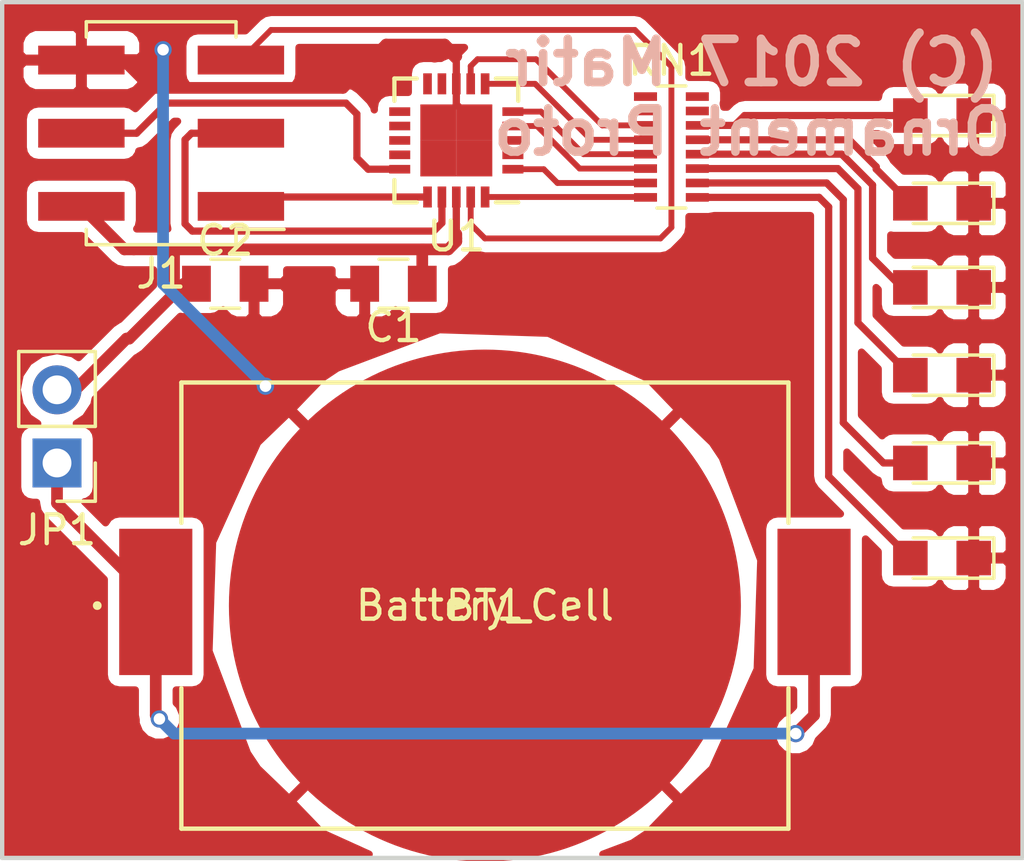
<source format=kicad_pcb>
(kicad_pcb (version 4) (host pcbnew 4.0.7+dfsg1-1)

  (general
    (links 32)
    (no_connects 0)
    (area 53.243524 52.3002 90.925144 85.471001)
    (thickness 1.6)
    (drawings 5)
    (tracks 117)
    (zones 0)
    (modules 13)
    (nets 32)
  )

  (page A4)
  (layers
    (0 F.Cu signal)
    (31 B.Cu signal)
    (32 B.Adhes user)
    (33 F.Adhes user)
    (34 B.Paste user)
    (35 F.Paste user)
    (36 B.SilkS user)
    (37 F.SilkS user)
    (38 B.Mask user)
    (39 F.Mask user)
    (40 Dwgs.User user hide)
    (41 Cmts.User user hide)
    (42 Eco1.User user hide)
    (43 Eco2.User user hide)
    (44 Edge.Cuts user)
    (45 Margin user)
    (46 B.CrtYd user)
    (47 F.CrtYd user)
    (48 B.Fab user hide)
    (49 F.Fab user hide)
  )

  (setup
    (last_trace_width 0.4064)
    (user_trace_width 0.2032)
    (user_trace_width 0.254)
    (user_trace_width 0.3048)
    (user_trace_width 0.4064)
    (trace_clearance 0.2)
    (zone_clearance 0.381)
    (zone_45_only no)
    (trace_min 0.1524)
    (segment_width 0.2)
    (edge_width 0.15)
    (via_size 0.6)
    (via_drill 0.4)
    (via_min_size 0.4)
    (via_min_drill 0.3)
    (uvia_size 0.3)
    (uvia_drill 0.1)
    (uvias_allowed no)
    (uvia_min_size 0)
    (uvia_min_drill 0)
    (pcb_text_width 0.3)
    (pcb_text_size 1.5 1.5)
    (mod_edge_width 0.15)
    (mod_text_size 1 1)
    (mod_text_width 0.15)
    (pad_size 2.54 5.08)
    (pad_drill 0)
    (pad_to_mask_clearance 0.2)
    (aux_axis_origin 0 0)
    (visible_elements FFFCFF7F)
    (pcbplotparams
      (layerselection 0x010f0_80000001)
      (usegerberextensions true)
      (excludeedgelayer true)
      (linewidth 0.100000)
      (plotframeref false)
      (viasonmask false)
      (mode 1)
      (useauxorigin false)
      (hpglpennumber 1)
      (hpglpenspeed 20)
      (hpglpendiameter 15)
      (hpglpenoverlay 2)
      (psnegative false)
      (psa4output false)
      (plotreference true)
      (plotvalue true)
      (plotinvisibletext false)
      (padsonsilk false)
      (subtractmaskfromsilk true)
      (outputformat 1)
      (mirror false)
      (drillshape 0)
      (scaleselection 1)
      (outputdirectory output/))
  )

  (net 0 "")
  (net 1 VCC)
  (net 2 GND)
  (net 3 "Net-(D1-Pad2)")
  (net 4 "Net-(D2-Pad2)")
  (net 5 "Net-(D3-Pad2)")
  (net 6 "Net-(D4-Pad2)")
  (net 7 "Net-(D5-Pad2)")
  (net 8 "Net-(D6-Pad2)")
  (net 9 /MISO)
  (net 10 /SCK)
  (net 11 /MOSI)
  (net 12 /~RESET)
  (net 13 "Net-(RN1-Pad1)")
  (net 14 "Net-(RN1-Pad2)")
  (net 15 "Net-(U1-Pad2)")
  (net 16 "Net-(U1-Pad3)")
  (net 17 "Net-(U1-Pad10)")
  (net 18 "Net-(U1-Pad11)")
  (net 19 "Net-(U1-Pad12)")
  (net 20 "Net-(U1-Pad13)")
  (net 21 "Net-(U1-Pad14)")
  (net 22 "Net-(RN1-Pad16)")
  (net 23 /L1)
  (net 24 /L6)
  (net 25 /L5)
  (net 26 /L4)
  (net 27 /L3)
  (net 28 /L2)
  (net 29 "Net-(RN1-Pad15)")
  (net 30 "Net-(U1-Pad9)")
  (net 31 /VCORE)

  (net_class Default "This is the default net class."
    (clearance 0.2)
    (trace_width 0.25)
    (via_dia 0.6)
    (via_drill 0.4)
    (uvia_dia 0.3)
    (uvia_drill 0.1)
    (add_net /L1)
    (add_net /L2)
    (add_net /L3)
    (add_net /L4)
    (add_net /L5)
    (add_net /L6)
    (add_net /MISO)
    (add_net /MOSI)
    (add_net /SCK)
    (add_net /VCORE)
    (add_net /~RESET)
    (add_net GND)
    (add_net "Net-(D1-Pad2)")
    (add_net "Net-(D2-Pad2)")
    (add_net "Net-(D3-Pad2)")
    (add_net "Net-(D4-Pad2)")
    (add_net "Net-(D5-Pad2)")
    (add_net "Net-(D6-Pad2)")
    (add_net "Net-(RN1-Pad1)")
    (add_net "Net-(RN1-Pad15)")
    (add_net "Net-(RN1-Pad16)")
    (add_net "Net-(RN1-Pad2)")
    (add_net "Net-(U1-Pad10)")
    (add_net "Net-(U1-Pad11)")
    (add_net "Net-(U1-Pad12)")
    (add_net "Net-(U1-Pad13)")
    (add_net "Net-(U1-Pad14)")
    (add_net "Net-(U1-Pad2)")
    (add_net "Net-(U1-Pad3)")
    (add_net "Net-(U1-Pad9)")
    (add_net VCC)
  )

  (module footprints:BAT_HLD (layer F.Cu) (tedit 5A08C6DF) (tstamp 5A07E90F)
    (at 70.993 74.549)
    (path /5A07DD32)
    (fp_text reference BT1 (at 0 0) (layer F.SilkS)
      (effects (font (size 1 1) (thickness 0.15)))
    )
    (fp_text value Battery_Cell (at 0 0) (layer F.SilkS)
      (effects (font (size 1 1) (thickness 0.15)))
    )
    (fp_text user "Copyright 2016 Accelerated Designs. All rights reserved." (at 0 0) (layer Cmts.User)
      (effects (font (size 0.127 0.127) (thickness 0.002)))
    )
    (fp_line (start -10.541 7.747) (end 10.541 7.747) (layer F.SilkS) (width 0.1524))
    (fp_line (start 10.541 7.747) (end 10.541 2.87274) (layer F.SilkS) (width 0.1524))
    (fp_line (start 10.541 -7.747) (end -10.541 -7.747) (layer F.SilkS) (width 0.1524))
    (fp_line (start -10.541 -7.747) (end -10.541 -2.87274) (layer F.SilkS) (width 0.1524))
    (fp_line (start -10.541 7.747) (end 10.541 7.747) (layer Dwgs.User) (width 0.1524))
    (fp_line (start 10.541 7.747) (end 10.541 -7.747) (layer Dwgs.User) (width 0.1524))
    (fp_line (start 10.541 -7.747) (end -10.541 -7.747) (layer Dwgs.User) (width 0.1524))
    (fp_line (start -10.541 -7.747) (end -10.541 7.747) (layer Dwgs.User) (width 0.1524))
    (fp_line (start -10.541 2.87274) (end -10.541 7.747) (layer F.SilkS) (width 0.1524))
    (fp_line (start 10.541 -2.87274) (end 10.541 -7.747) (layer F.SilkS) (width 0.1524))
    (fp_circle (center -13.462 0) (end -13.3858 0) (layer Dwgs.User) (width 0.1524))
    (fp_circle (center -13.462 0) (end -13.3858 0) (layer F.SilkS) (width 0.1524))
    (pad 1 smd rect (at -11.43 -0.127) (size 2.54 5.08) (layers F.Cu F.Mask)
      (net 1 VCC))
    (pad 1 smd rect (at 11.43 -0.127) (size 2.54 5.08) (layers F.Cu F.Mask)
      (net 1 VCC))
    (pad 2 smd circle (at 0 0) (size 17.780001 17.780001) (layers F.Cu F.Mask)
      (net 2 GND))
  )

  (module LEDs:LED_0805 (layer F.Cu) (tedit 5A08A136) (tstamp 5A07E915)
    (at 86.868 72.898 180)
    (descr "LED 0805 smd package")
    (tags "LED led 0805 SMD smd SMT smt smdled SMDLED smtled SMTLED")
    (path /5A07E229)
    (attr smd)
    (fp_text reference D1 (at 0 -1.45 180) (layer F.SilkS) hide
      (effects (font (size 1 1) (thickness 0.15)))
    )
    (fp_text value LED_Small (at 0 1.55 180) (layer F.Fab)
      (effects (font (size 1 1) (thickness 0.15)))
    )
    (fp_line (start -1.8 -0.7) (end -1.8 0.7) (layer F.SilkS) (width 0.12))
    (fp_line (start -0.4 -0.4) (end -0.4 0.4) (layer F.Fab) (width 0.1))
    (fp_line (start -0.4 0) (end 0.2 -0.4) (layer F.Fab) (width 0.1))
    (fp_line (start 0.2 0.4) (end -0.4 0) (layer F.Fab) (width 0.1))
    (fp_line (start 0.2 -0.4) (end 0.2 0.4) (layer F.Fab) (width 0.1))
    (fp_line (start 1 0.6) (end -1 0.6) (layer F.Fab) (width 0.1))
    (fp_line (start 1 -0.6) (end 1 0.6) (layer F.Fab) (width 0.1))
    (fp_line (start -1 -0.6) (end 1 -0.6) (layer F.Fab) (width 0.1))
    (fp_line (start -1 0.6) (end -1 -0.6) (layer F.Fab) (width 0.1))
    (fp_line (start -1.8 0.7) (end 1 0.7) (layer F.SilkS) (width 0.12))
    (fp_line (start -1.8 -0.7) (end 1 -0.7) (layer F.SilkS) (width 0.12))
    (fp_line (start 1.95 -0.85) (end 1.95 0.85) (layer F.CrtYd) (width 0.05))
    (fp_line (start 1.95 0.85) (end -1.95 0.85) (layer F.CrtYd) (width 0.05))
    (fp_line (start -1.95 0.85) (end -1.95 -0.85) (layer F.CrtYd) (width 0.05))
    (fp_line (start -1.95 -0.85) (end 1.95 -0.85) (layer F.CrtYd) (width 0.05))
    (fp_text user %R (at 0 -1.25 180) (layer F.Fab)
      (effects (font (size 0.4 0.4) (thickness 0.1)))
    )
    (pad 2 smd rect (at 1.1 0) (size 1.2 1.2) (layers F.Cu F.Paste F.Mask)
      (net 3 "Net-(D1-Pad2)"))
    (pad 1 smd rect (at -1.1 0) (size 1.2 1.2) (layers F.Cu F.Paste F.Mask)
      (net 2 GND))
    (model ${KISYS3DMOD}/LEDs.3dshapes/LED_0805.wrl
      (at (xyz 0 0 0))
      (scale (xyz 1 1 1))
      (rotate (xyz 0 0 180))
    )
  )

  (module LEDs:LED_0805 (layer F.Cu) (tedit 5A08A10B) (tstamp 5A07E91B)
    (at 86.868 69.596 180)
    (descr "LED 0805 smd package")
    (tags "LED led 0805 SMD smd SMT smt smdled SMDLED smtled SMTLED")
    (path /5A07E2CF)
    (attr smd)
    (fp_text reference D2 (at 0 -1.45 180) (layer F.SilkS) hide
      (effects (font (size 1 1) (thickness 0.15)))
    )
    (fp_text value LED_Small (at 0 1.55 180) (layer F.Fab)
      (effects (font (size 1 1) (thickness 0.15)))
    )
    (fp_line (start -1.8 -0.7) (end -1.8 0.7) (layer F.SilkS) (width 0.12))
    (fp_line (start -0.4 -0.4) (end -0.4 0.4) (layer F.Fab) (width 0.1))
    (fp_line (start -0.4 0) (end 0.2 -0.4) (layer F.Fab) (width 0.1))
    (fp_line (start 0.2 0.4) (end -0.4 0) (layer F.Fab) (width 0.1))
    (fp_line (start 0.2 -0.4) (end 0.2 0.4) (layer F.Fab) (width 0.1))
    (fp_line (start 1 0.6) (end -1 0.6) (layer F.Fab) (width 0.1))
    (fp_line (start 1 -0.6) (end 1 0.6) (layer F.Fab) (width 0.1))
    (fp_line (start -1 -0.6) (end 1 -0.6) (layer F.Fab) (width 0.1))
    (fp_line (start -1 0.6) (end -1 -0.6) (layer F.Fab) (width 0.1))
    (fp_line (start -1.8 0.7) (end 1 0.7) (layer F.SilkS) (width 0.12))
    (fp_line (start -1.8 -0.7) (end 1 -0.7) (layer F.SilkS) (width 0.12))
    (fp_line (start 1.95 -0.85) (end 1.95 0.85) (layer F.CrtYd) (width 0.05))
    (fp_line (start 1.95 0.85) (end -1.95 0.85) (layer F.CrtYd) (width 0.05))
    (fp_line (start -1.95 0.85) (end -1.95 -0.85) (layer F.CrtYd) (width 0.05))
    (fp_line (start -1.95 -0.85) (end 1.95 -0.85) (layer F.CrtYd) (width 0.05))
    (fp_text user %R (at 0 -1.25 180) (layer F.Fab)
      (effects (font (size 0.4 0.4) (thickness 0.1)))
    )
    (pad 2 smd rect (at 1.1 0) (size 1.2 1.2) (layers F.Cu F.Paste F.Mask)
      (net 4 "Net-(D2-Pad2)"))
    (pad 1 smd rect (at -1.1 0) (size 1.2 1.2) (layers F.Cu F.Paste F.Mask)
      (net 2 GND))
    (model ${KISYS3DMOD}/LEDs.3dshapes/LED_0805.wrl
      (at (xyz 0 0 0))
      (scale (xyz 1 1 1))
      (rotate (xyz 0 0 180))
    )
  )

  (module LEDs:LED_0805 (layer F.Cu) (tedit 5A08A11A) (tstamp 5A07E921)
    (at 86.868 66.548 180)
    (descr "LED 0805 smd package")
    (tags "LED led 0805 SMD smd SMT smt smdled SMDLED smtled SMTLED")
    (path /5A07E379)
    (attr smd)
    (fp_text reference D3 (at 0 -1.45 180) (layer F.SilkS) hide
      (effects (font (size 1 1) (thickness 0.15)))
    )
    (fp_text value LED_Small (at 0 1.55 180) (layer F.Fab)
      (effects (font (size 1 1) (thickness 0.15)))
    )
    (fp_line (start -1.8 -0.7) (end -1.8 0.7) (layer F.SilkS) (width 0.12))
    (fp_line (start -0.4 -0.4) (end -0.4 0.4) (layer F.Fab) (width 0.1))
    (fp_line (start -0.4 0) (end 0.2 -0.4) (layer F.Fab) (width 0.1))
    (fp_line (start 0.2 0.4) (end -0.4 0) (layer F.Fab) (width 0.1))
    (fp_line (start 0.2 -0.4) (end 0.2 0.4) (layer F.Fab) (width 0.1))
    (fp_line (start 1 0.6) (end -1 0.6) (layer F.Fab) (width 0.1))
    (fp_line (start 1 -0.6) (end 1 0.6) (layer F.Fab) (width 0.1))
    (fp_line (start -1 -0.6) (end 1 -0.6) (layer F.Fab) (width 0.1))
    (fp_line (start -1 0.6) (end -1 -0.6) (layer F.Fab) (width 0.1))
    (fp_line (start -1.8 0.7) (end 1 0.7) (layer F.SilkS) (width 0.12))
    (fp_line (start -1.8 -0.7) (end 1 -0.7) (layer F.SilkS) (width 0.12))
    (fp_line (start 1.95 -0.85) (end 1.95 0.85) (layer F.CrtYd) (width 0.05))
    (fp_line (start 1.95 0.85) (end -1.95 0.85) (layer F.CrtYd) (width 0.05))
    (fp_line (start -1.95 0.85) (end -1.95 -0.85) (layer F.CrtYd) (width 0.05))
    (fp_line (start -1.95 -0.85) (end 1.95 -0.85) (layer F.CrtYd) (width 0.05))
    (fp_text user %R (at 0 -1.25 180) (layer F.Fab)
      (effects (font (size 0.4 0.4) (thickness 0.1)))
    )
    (pad 2 smd rect (at 1.1 0) (size 1.2 1.2) (layers F.Cu F.Paste F.Mask)
      (net 5 "Net-(D3-Pad2)"))
    (pad 1 smd rect (at -1.1 0) (size 1.2 1.2) (layers F.Cu F.Paste F.Mask)
      (net 2 GND))
    (model ${KISYS3DMOD}/LEDs.3dshapes/LED_0805.wrl
      (at (xyz 0 0 0))
      (scale (xyz 1 1 1))
      (rotate (xyz 0 0 180))
    )
  )

  (module LEDs:LED_0805 (layer F.Cu) (tedit 5A08A121) (tstamp 5A07E927)
    (at 86.868 63.5 180)
    (descr "LED 0805 smd package")
    (tags "LED led 0805 SMD smd SMT smt smdled SMDLED smtled SMTLED")
    (path /5A07E3B0)
    (attr smd)
    (fp_text reference D4 (at 0 -1.45 180) (layer F.SilkS) hide
      (effects (font (size 1 1) (thickness 0.15)))
    )
    (fp_text value LED_Small (at 0 1.55 180) (layer F.Fab)
      (effects (font (size 1 1) (thickness 0.15)))
    )
    (fp_line (start -1.8 -0.7) (end -1.8 0.7) (layer F.SilkS) (width 0.12))
    (fp_line (start -0.4 -0.4) (end -0.4 0.4) (layer F.Fab) (width 0.1))
    (fp_line (start -0.4 0) (end 0.2 -0.4) (layer F.Fab) (width 0.1))
    (fp_line (start 0.2 0.4) (end -0.4 0) (layer F.Fab) (width 0.1))
    (fp_line (start 0.2 -0.4) (end 0.2 0.4) (layer F.Fab) (width 0.1))
    (fp_line (start 1 0.6) (end -1 0.6) (layer F.Fab) (width 0.1))
    (fp_line (start 1 -0.6) (end 1 0.6) (layer F.Fab) (width 0.1))
    (fp_line (start -1 -0.6) (end 1 -0.6) (layer F.Fab) (width 0.1))
    (fp_line (start -1 0.6) (end -1 -0.6) (layer F.Fab) (width 0.1))
    (fp_line (start -1.8 0.7) (end 1 0.7) (layer F.SilkS) (width 0.12))
    (fp_line (start -1.8 -0.7) (end 1 -0.7) (layer F.SilkS) (width 0.12))
    (fp_line (start 1.95 -0.85) (end 1.95 0.85) (layer F.CrtYd) (width 0.05))
    (fp_line (start 1.95 0.85) (end -1.95 0.85) (layer F.CrtYd) (width 0.05))
    (fp_line (start -1.95 0.85) (end -1.95 -0.85) (layer F.CrtYd) (width 0.05))
    (fp_line (start -1.95 -0.85) (end 1.95 -0.85) (layer F.CrtYd) (width 0.05))
    (fp_text user %R (at 0 -1.25 180) (layer F.Fab)
      (effects (font (size 0.4 0.4) (thickness 0.1)))
    )
    (pad 2 smd rect (at 1.1 0) (size 1.2 1.2) (layers F.Cu F.Paste F.Mask)
      (net 6 "Net-(D4-Pad2)"))
    (pad 1 smd rect (at -1.1 0) (size 1.2 1.2) (layers F.Cu F.Paste F.Mask)
      (net 2 GND))
    (model ${KISYS3DMOD}/LEDs.3dshapes/LED_0805.wrl
      (at (xyz 0 0 0))
      (scale (xyz 1 1 1))
      (rotate (xyz 0 0 180))
    )
  )

  (module LEDs:LED_0805 (layer F.Cu) (tedit 5A08A127) (tstamp 5A07E92D)
    (at 86.868 60.579 180)
    (descr "LED 0805 smd package")
    (tags "LED led 0805 SMD smd SMT smt smdled SMDLED smtled SMTLED")
    (path /5A07E3DC)
    (attr smd)
    (fp_text reference D5 (at 0 -1.45 180) (layer F.SilkS) hide
      (effects (font (size 1 1) (thickness 0.15)))
    )
    (fp_text value LED_Small (at 0 1.55 180) (layer F.Fab)
      (effects (font (size 1 1) (thickness 0.15)))
    )
    (fp_line (start -1.8 -0.7) (end -1.8 0.7) (layer F.SilkS) (width 0.12))
    (fp_line (start -0.4 -0.4) (end -0.4 0.4) (layer F.Fab) (width 0.1))
    (fp_line (start -0.4 0) (end 0.2 -0.4) (layer F.Fab) (width 0.1))
    (fp_line (start 0.2 0.4) (end -0.4 0) (layer F.Fab) (width 0.1))
    (fp_line (start 0.2 -0.4) (end 0.2 0.4) (layer F.Fab) (width 0.1))
    (fp_line (start 1 0.6) (end -1 0.6) (layer F.Fab) (width 0.1))
    (fp_line (start 1 -0.6) (end 1 0.6) (layer F.Fab) (width 0.1))
    (fp_line (start -1 -0.6) (end 1 -0.6) (layer F.Fab) (width 0.1))
    (fp_line (start -1 0.6) (end -1 -0.6) (layer F.Fab) (width 0.1))
    (fp_line (start -1.8 0.7) (end 1 0.7) (layer F.SilkS) (width 0.12))
    (fp_line (start -1.8 -0.7) (end 1 -0.7) (layer F.SilkS) (width 0.12))
    (fp_line (start 1.95 -0.85) (end 1.95 0.85) (layer F.CrtYd) (width 0.05))
    (fp_line (start 1.95 0.85) (end -1.95 0.85) (layer F.CrtYd) (width 0.05))
    (fp_line (start -1.95 0.85) (end -1.95 -0.85) (layer F.CrtYd) (width 0.05))
    (fp_line (start -1.95 -0.85) (end 1.95 -0.85) (layer F.CrtYd) (width 0.05))
    (fp_text user %R (at 0 -1.25 180) (layer F.Fab)
      (effects (font (size 0.4 0.4) (thickness 0.1)))
    )
    (pad 2 smd rect (at 1.1 0) (size 1.2 1.2) (layers F.Cu F.Paste F.Mask)
      (net 7 "Net-(D5-Pad2)"))
    (pad 1 smd rect (at -1.1 0) (size 1.2 1.2) (layers F.Cu F.Paste F.Mask)
      (net 2 GND))
    (model ${KISYS3DMOD}/LEDs.3dshapes/LED_0805.wrl
      (at (xyz 0 0 0))
      (scale (xyz 1 1 1))
      (rotate (xyz 0 0 180))
    )
  )

  (module LEDs:LED_0805 (layer F.Cu) (tedit 5A08A12E) (tstamp 5A07E933)
    (at 86.868 57.531 180)
    (descr "LED 0805 smd package")
    (tags "LED led 0805 SMD smd SMT smt smdled SMDLED smtled SMTLED")
    (path /5A07E40B)
    (attr smd)
    (fp_text reference D6 (at 0 -1.45 180) (layer F.SilkS) hide
      (effects (font (size 1 1) (thickness 0.15)))
    )
    (fp_text value LED_Small (at 0 1.55 180) (layer F.Fab)
      (effects (font (size 1 1) (thickness 0.15)))
    )
    (fp_line (start -1.8 -0.7) (end -1.8 0.7) (layer F.SilkS) (width 0.12))
    (fp_line (start -0.4 -0.4) (end -0.4 0.4) (layer F.Fab) (width 0.1))
    (fp_line (start -0.4 0) (end 0.2 -0.4) (layer F.Fab) (width 0.1))
    (fp_line (start 0.2 0.4) (end -0.4 0) (layer F.Fab) (width 0.1))
    (fp_line (start 0.2 -0.4) (end 0.2 0.4) (layer F.Fab) (width 0.1))
    (fp_line (start 1 0.6) (end -1 0.6) (layer F.Fab) (width 0.1))
    (fp_line (start 1 -0.6) (end 1 0.6) (layer F.Fab) (width 0.1))
    (fp_line (start -1 -0.6) (end 1 -0.6) (layer F.Fab) (width 0.1))
    (fp_line (start -1 0.6) (end -1 -0.6) (layer F.Fab) (width 0.1))
    (fp_line (start -1.8 0.7) (end 1 0.7) (layer F.SilkS) (width 0.12))
    (fp_line (start -1.8 -0.7) (end 1 -0.7) (layer F.SilkS) (width 0.12))
    (fp_line (start 1.95 -0.85) (end 1.95 0.85) (layer F.CrtYd) (width 0.05))
    (fp_line (start 1.95 0.85) (end -1.95 0.85) (layer F.CrtYd) (width 0.05))
    (fp_line (start -1.95 0.85) (end -1.95 -0.85) (layer F.CrtYd) (width 0.05))
    (fp_line (start -1.95 -0.85) (end 1.95 -0.85) (layer F.CrtYd) (width 0.05))
    (fp_text user %R (at 0 -1.25 180) (layer F.Fab)
      (effects (font (size 0.4 0.4) (thickness 0.1)))
    )
    (pad 2 smd rect (at 1.1 0) (size 1.2 1.2) (layers F.Cu F.Paste F.Mask)
      (net 8 "Net-(D6-Pad2)"))
    (pad 1 smd rect (at -1.1 0) (size 1.2 1.2) (layers F.Cu F.Paste F.Mask)
      (net 2 GND))
    (model ${KISYS3DMOD}/LEDs.3dshapes/LED_0805.wrl
      (at (xyz 0 0 0))
      (scale (xyz 1 1 1))
      (rotate (xyz 0 0 180))
    )
  )

  (module PinHeaders:Pin_Header_Straight_2x03_Pitch2.54mm_SMD (layer F.Cu) (tedit 58CD4EC5) (tstamp 5A07E93D)
    (at 59.75 58.1452 180)
    (descr "surface-mounted straight pin header, 2x03, 2.54mm pitch, double rows")
    (tags "Surface mounted pin header SMD 2x03 2.54mm double row")
    (path /5A07DE48)
    (attr smd)
    (fp_text reference J1 (at 0 -4.87 180) (layer F.SilkS)
      (effects (font (size 1 1) (thickness 0.15)))
    )
    (fp_text value ICSP (at 0 4.87 180) (layer F.Fab)
      (effects (font (size 1 1) (thickness 0.15)))
    )
    (fp_line (start -2.54 -3.81) (end -2.54 3.81) (layer F.Fab) (width 0.1))
    (fp_line (start -2.54 3.81) (end 2.54 3.81) (layer F.Fab) (width 0.1))
    (fp_line (start 2.54 3.81) (end 2.54 -3.81) (layer F.Fab) (width 0.1))
    (fp_line (start 2.54 -3.81) (end -2.54 -3.81) (layer F.Fab) (width 0.1))
    (fp_line (start -2.54 -2.86) (end -2.54 -2.22) (layer F.Fab) (width 0.1))
    (fp_line (start -2.54 -2.22) (end -3.92 -2.22) (layer F.Fab) (width 0.1))
    (fp_line (start -3.92 -2.22) (end -3.92 -2.86) (layer F.Fab) (width 0.1))
    (fp_line (start -3.92 -2.86) (end -2.54 -2.86) (layer F.Fab) (width 0.1))
    (fp_line (start 2.54 -2.86) (end 2.54 -2.22) (layer F.Fab) (width 0.1))
    (fp_line (start 2.54 -2.22) (end 3.92 -2.22) (layer F.Fab) (width 0.1))
    (fp_line (start 3.92 -2.22) (end 3.92 -2.86) (layer F.Fab) (width 0.1))
    (fp_line (start 3.92 -2.86) (end 2.54 -2.86) (layer F.Fab) (width 0.1))
    (fp_line (start -2.54 -0.32) (end -2.54 0.32) (layer F.Fab) (width 0.1))
    (fp_line (start -2.54 0.32) (end -3.92 0.32) (layer F.Fab) (width 0.1))
    (fp_line (start -3.92 0.32) (end -3.92 -0.32) (layer F.Fab) (width 0.1))
    (fp_line (start -3.92 -0.32) (end -2.54 -0.32) (layer F.Fab) (width 0.1))
    (fp_line (start 2.54 -0.32) (end 2.54 0.32) (layer F.Fab) (width 0.1))
    (fp_line (start 2.54 0.32) (end 3.92 0.32) (layer F.Fab) (width 0.1))
    (fp_line (start 3.92 0.32) (end 3.92 -0.32) (layer F.Fab) (width 0.1))
    (fp_line (start 3.92 -0.32) (end 2.54 -0.32) (layer F.Fab) (width 0.1))
    (fp_line (start -2.54 2.22) (end -2.54 2.86) (layer F.Fab) (width 0.1))
    (fp_line (start -2.54 2.86) (end -3.92 2.86) (layer F.Fab) (width 0.1))
    (fp_line (start -3.92 2.86) (end -3.92 2.22) (layer F.Fab) (width 0.1))
    (fp_line (start -3.92 2.22) (end -2.54 2.22) (layer F.Fab) (width 0.1))
    (fp_line (start 2.54 2.22) (end 2.54 2.86) (layer F.Fab) (width 0.1))
    (fp_line (start 2.54 2.86) (end 3.92 2.86) (layer F.Fab) (width 0.1))
    (fp_line (start 3.92 2.86) (end 3.92 2.22) (layer F.Fab) (width 0.1))
    (fp_line (start 3.92 2.22) (end 2.54 2.22) (layer F.Fab) (width 0.1))
    (fp_line (start -2.6 -3.34) (end -2.6 -3.87) (layer F.SilkS) (width 0.12))
    (fp_line (start -2.6 -3.87) (end 2.6 -3.87) (layer F.SilkS) (width 0.12))
    (fp_line (start 2.6 -3.87) (end 2.6 -3.34) (layer F.SilkS) (width 0.12))
    (fp_line (start -2.6 3.34) (end -2.6 3.87) (layer F.SilkS) (width 0.12))
    (fp_line (start -2.6 3.87) (end 2.6 3.87) (layer F.SilkS) (width 0.12))
    (fp_line (start 2.6 3.87) (end 2.6 3.34) (layer F.SilkS) (width 0.12))
    (fp_line (start -4.27 -3.34) (end -2.6 -3.34) (layer F.SilkS) (width 0.12))
    (fp_line (start -4.8 -4.35) (end -4.8 4.35) (layer F.CrtYd) (width 0.05))
    (fp_line (start -4.8 4.35) (end 4.8 4.35) (layer F.CrtYd) (width 0.05))
    (fp_line (start 4.8 4.35) (end 4.8 -4.35) (layer F.CrtYd) (width 0.05))
    (fp_line (start 4.8 -4.35) (end -4.8 -4.35) (layer F.CrtYd) (width 0.05))
    (fp_text user %R (at 0 -4.87 180) (layer F.Fab)
      (effects (font (size 1 1) (thickness 0.15)))
    )
    (pad 1 smd rect (at -2.77 -2.54 180) (size 3 1) (layers F.Cu F.Paste F.Mask)
      (net 9 /MISO))
    (pad 2 smd rect (at 2.77 -2.54 180) (size 3 1) (layers F.Cu F.Paste F.Mask)
      (net 31 /VCORE))
    (pad 3 smd rect (at -2.77 0 180) (size 3 1) (layers F.Cu F.Paste F.Mask)
      (net 10 /SCK))
    (pad 4 smd rect (at 2.77 0 180) (size 3 1) (layers F.Cu F.Paste F.Mask)
      (net 11 /MOSI))
    (pad 5 smd rect (at -2.77 2.54 180) (size 3 1) (layers F.Cu F.Paste F.Mask)
      (net 12 /~RESET))
    (pad 6 smd rect (at 2.77 2.54 180) (size 3 1) (layers F.Cu F.Paste F.Mask)
      (net 2 GND))
    (model ${KISYS3DMOD}/Pin_Headers.3dshapes/Pin_Header_Straight_2x03_Pitch2.54mm_SMD.wrl
      (at (xyz 0 0 0))
      (scale (xyz 1 1 1))
      (rotate (xyz 0 0 0))
    )
  )

  (module Resistors_SMD:R_Array_Convex_8x0602 (layer F.Cu) (tedit 58E0A8FC) (tstamp 5A07E951)
    (at 77.47 58.6232)
    (descr "Chip Resistor Network, ROHM MNR18 (see mnr_g.pdf)")
    (tags "resistor array")
    (path /5A07E051)
    (attr smd)
    (fp_text reference RN1 (at 0 -3) (layer F.SilkS)
      (effects (font (size 1 1) (thickness 0.15)))
    )
    (fp_text value 56 (at 0 3) (layer F.Fab)
      (effects (font (size 1 1) (thickness 0.15)))
    )
    (fp_text user %R (at 0 0 90) (layer F.Fab)
      (effects (font (size 1 1) (thickness 0.15)))
    )
    (fp_line (start -0.8 -2) (end -0.8 2) (layer F.Fab) (width 0.1))
    (fp_line (start -0.8 2) (end 0.8 2) (layer F.Fab) (width 0.1))
    (fp_line (start 0.8 2) (end 0.8 -2) (layer F.Fab) (width 0.1))
    (fp_line (start 0.8 -2) (end -0.8 -2) (layer F.Fab) (width 0.1))
    (fp_line (start 0.5 2.12) (end -0.5 2.12) (layer F.SilkS) (width 0.12))
    (fp_line (start 0.5 -2.12) (end -0.5 -2.12) (layer F.SilkS) (width 0.12))
    (fp_line (start -1.55 -2.25) (end 1.55 -2.25) (layer F.CrtYd) (width 0.05))
    (fp_line (start -1.55 -2.25) (end -1.55 2.25) (layer F.CrtYd) (width 0.05))
    (fp_line (start 1.55 2.25) (end 1.55 -2.25) (layer F.CrtYd) (width 0.05))
    (fp_line (start 1.55 2.25) (end -1.55 2.25) (layer F.CrtYd) (width 0.05))
    (pad 1 smd rect (at -0.9 -1.75) (size 0.8 0.3) (layers F.Cu F.Paste F.Mask)
      (net 13 "Net-(RN1-Pad1)"))
    (pad 16 smd rect (at 0.9 -1.75) (size 0.8 0.3) (layers F.Cu F.Paste F.Mask)
      (net 22 "Net-(RN1-Pad16)"))
    (pad 8 smd rect (at -0.9 1.75) (size 0.8 0.3) (layers F.Cu F.Paste F.Mask)
      (net 23 /L1))
    (pad 9 smd rect (at 0.9 1.75) (size 0.8 0.3) (layers F.Cu F.Paste F.Mask)
      (net 3 "Net-(D1-Pad2)"))
    (pad 2 smd rect (at -0.9 -1.25) (size 0.8 0.3) (layers F.Cu F.Paste F.Mask)
      (net 14 "Net-(RN1-Pad2)"))
    (pad 3 smd rect (at -0.9 -0.75) (size 0.8 0.3) (layers F.Cu F.Paste F.Mask)
      (net 24 /L6))
    (pad 4 smd rect (at -0.9 -0.25) (size 0.8 0.3) (layers F.Cu F.Paste F.Mask)
      (net 25 /L5))
    (pad 5 smd rect (at -0.9 0.25) (size 0.8 0.3) (layers F.Cu F.Paste F.Mask)
      (net 26 /L4))
    (pad 6 smd rect (at -0.9 0.75) (size 0.8 0.3) (layers F.Cu F.Paste F.Mask)
      (net 27 /L3))
    (pad 7 smd rect (at -0.9 1.25) (size 0.8 0.3) (layers F.Cu F.Paste F.Mask)
      (net 28 /L2))
    (pad 15 smd rect (at 0.9 -1.25) (size 0.8 0.3) (layers F.Cu F.Paste F.Mask)
      (net 29 "Net-(RN1-Pad15)"))
    (pad 14 smd rect (at 0.9 -0.75) (size 0.8 0.3) (layers F.Cu F.Paste F.Mask)
      (net 8 "Net-(D6-Pad2)"))
    (pad 13 smd rect (at 0.9 -0.25) (size 0.8 0.3) (layers F.Cu F.Paste F.Mask)
      (net 7 "Net-(D5-Pad2)"))
    (pad 11 smd rect (at 0.9 0.75) (size 0.8 0.3) (layers F.Cu F.Paste F.Mask)
      (net 5 "Net-(D3-Pad2)"))
    (pad 12 smd rect (at 0.9 0.25) (size 0.8 0.3) (layers F.Cu F.Paste F.Mask)
      (net 6 "Net-(D4-Pad2)"))
    (pad 10 smd rect (at 0.9 1.25) (size 0.8 0.3) (layers F.Cu F.Paste F.Mask)
      (net 4 "Net-(D2-Pad2)"))
    (model ${KISYS3DMOD}/Resistors_SMD.3dshapes/R_Array_Convex_8x0602.wrl
      (at (xyz 0 0 0))
      (scale (xyz 1 1 1))
      (rotate (xyz 0 0 0))
    )
  )

  (module Housings_DFN_QFN:QFN-20-1EP_4x4mm_Pitch0.5mm (layer F.Cu) (tedit 5A0899AE) (tstamp 5A07E96D)
    (at 70 58.3952 180)
    (descr "20-Lead Plastic Quad Flat, No Lead Package (ML) - 4x4x0.9 mm Body [QFN]; (see Microchip Packaging Specification 00000049BS.pdf)")
    (tags "QFN 0.5")
    (path /5A07DBAC)
    (attr smd)
    (fp_text reference U1 (at 0 -3.33 180) (layer F.SilkS)
      (effects (font (size 1 1) (thickness 0.15)))
    )
    (fp_text value ATTINY2313-20MU (at 0 3.33 180) (layer F.Fab)
      (effects (font (size 1 1) (thickness 0.15)))
    )
    (fp_line (start -1 -2) (end 2 -2) (layer F.Fab) (width 0.15))
    (fp_line (start 2 -2) (end 2 2) (layer F.Fab) (width 0.15))
    (fp_line (start 2 2) (end -2 2) (layer F.Fab) (width 0.15))
    (fp_line (start -2 2) (end -2 -1) (layer F.Fab) (width 0.15))
    (fp_line (start -2 -1) (end -1 -2) (layer F.Fab) (width 0.15))
    (fp_line (start -2.6 -2.6) (end -2.6 2.6) (layer F.CrtYd) (width 0.05))
    (fp_line (start 2.6 -2.6) (end 2.6 2.6) (layer F.CrtYd) (width 0.05))
    (fp_line (start -2.6 -2.6) (end 2.6 -2.6) (layer F.CrtYd) (width 0.05))
    (fp_line (start -2.6 2.6) (end 2.6 2.6) (layer F.CrtYd) (width 0.05))
    (fp_line (start 2.15 -2.15) (end 2.15 -1.375) (layer F.SilkS) (width 0.15))
    (fp_line (start -2.15 2.15) (end -2.15 1.375) (layer F.SilkS) (width 0.15))
    (fp_line (start 2.15 2.15) (end 2.15 1.375) (layer F.SilkS) (width 0.15))
    (fp_line (start -2.15 -2.15) (end -1.375 -2.15) (layer F.SilkS) (width 0.15))
    (fp_line (start -2.15 2.15) (end -1.375 2.15) (layer F.SilkS) (width 0.15))
    (fp_line (start 2.15 2.15) (end 1.375 2.15) (layer F.SilkS) (width 0.15))
    (fp_line (start 2.15 -2.15) (end 1.375 -2.15) (layer F.SilkS) (width 0.15))
    (pad 1 smd rect (at -1.965 -1 180) (size 0.73 0.3) (layers F.Cu F.Paste F.Mask)
      (net 28 /L2))
    (pad 2 smd rect (at -1.965 -0.5 180) (size 0.73 0.3) (layers F.Cu F.Paste F.Mask)
      (net 15 "Net-(U1-Pad2)"))
    (pad 3 smd rect (at -1.965 0 180) (size 0.73 0.3) (layers F.Cu F.Paste F.Mask)
      (net 16 "Net-(U1-Pad3)"))
    (pad 4 smd rect (at -1.965 0.5 180) (size 0.73 0.3) (layers F.Cu F.Paste F.Mask)
      (net 27 /L3))
    (pad 5 smd rect (at -1.965 1 180) (size 0.73 0.3) (layers F.Cu F.Paste F.Mask)
      (net 26 /L4))
    (pad 6 smd rect (at -1 1.965 270) (size 0.73 0.3) (layers F.Cu F.Paste F.Mask)
      (net 25 /L5))
    (pad 7 smd rect (at -0.5 1.965 270) (size 0.73 0.3) (layers F.Cu F.Paste F.Mask)
      (net 24 /L6))
    (pad 8 smd rect (at 0 1.965 270) (size 0.73 0.3) (layers F.Cu F.Paste F.Mask)
      (net 2 GND))
    (pad 9 smd rect (at 0.5 1.965 270) (size 0.73 0.3) (layers F.Cu F.Paste F.Mask)
      (net 30 "Net-(U1-Pad9)"))
    (pad 10 smd rect (at 1 1.965 270) (size 0.73 0.3) (layers F.Cu F.Paste F.Mask)
      (net 17 "Net-(U1-Pad10)"))
    (pad 11 smd rect (at 1.965 1 180) (size 0.73 0.3) (layers F.Cu F.Paste F.Mask)
      (net 18 "Net-(U1-Pad11)"))
    (pad 12 smd rect (at 1.965 0.5 180) (size 0.73 0.3) (layers F.Cu F.Paste F.Mask)
      (net 19 "Net-(U1-Pad12)"))
    (pad 13 smd rect (at 1.965 0 180) (size 0.73 0.3) (layers F.Cu F.Paste F.Mask)
      (net 20 "Net-(U1-Pad13)"))
    (pad 14 smd rect (at 1.965 -0.5 180) (size 0.73 0.3) (layers F.Cu F.Paste F.Mask)
      (net 21 "Net-(U1-Pad14)"))
    (pad 15 smd rect (at 1.965 -1 180) (size 0.73 0.3) (layers F.Cu F.Paste F.Mask)
      (net 11 /MOSI))
    (pad 16 smd rect (at 1 -1.965 270) (size 0.73 0.3) (layers F.Cu F.Paste F.Mask)
      (net 9 /MISO))
    (pad 17 smd rect (at 0.5 -1.965 270) (size 0.73 0.3) (layers F.Cu F.Paste F.Mask)
      (net 10 /SCK))
    (pad 18 smd rect (at 0 -1.965 270) (size 0.73 0.3) (layers F.Cu F.Paste F.Mask)
      (net 31 /VCORE))
    (pad 19 smd rect (at -0.5 -1.965 270) (size 0.73 0.3) (layers F.Cu F.Paste F.Mask)
      (net 12 /~RESET))
    (pad 20 smd rect (at -1 -1.965 270) (size 0.73 0.3) (layers F.Cu F.Paste F.Mask)
      (net 23 /L1))
    (pad 21 smd rect (at 0.625 0.625 180) (size 1.25 1.25) (layers F.Cu F.Paste F.Mask)
      (solder_paste_margin_ratio -0.2))
    (pad 21 smd rect (at 0.625 -0.625 180) (size 1.25 1.25) (layers F.Cu F.Paste F.Mask)
      (solder_paste_margin_ratio -0.2))
    (pad 21 smd rect (at -0.625 0.625 180) (size 1.25 1.25) (layers F.Cu F.Paste F.Mask)
      (solder_paste_margin_ratio -0.2))
    (pad 21 smd rect (at -0.625 -0.625 180) (size 1.25 1.25) (layers F.Cu F.Paste F.Mask)
      (solder_paste_margin_ratio -0.2))
    (model ${KISYS3DMOD}/Housings_DFN_QFN.3dshapes/QFN-20-1EP_4x4mm_Pitch0.5mm.wrl
      (at (xyz 0 0 0))
      (scale (xyz 1 1 1))
      (rotate (xyz 0 0 0))
    )
  )

  (module Capacitors_SMD:C_0805 (layer F.Cu) (tedit 58AA8463) (tstamp 5A089070)
    (at 67.818 63.373 180)
    (descr "Capacitor SMD 0805, reflow soldering, AVX (see smccp.pdf)")
    (tags "capacitor 0805")
    (path /5A089002)
    (attr smd)
    (fp_text reference C1 (at 0 -1.5 180) (layer F.SilkS)
      (effects (font (size 1 1) (thickness 0.15)))
    )
    (fp_text value 0.1u (at 0 1.75 180) (layer F.Fab)
      (effects (font (size 1 1) (thickness 0.15)))
    )
    (fp_text user %R (at 0 -1.5 180) (layer F.Fab)
      (effects (font (size 1 1) (thickness 0.15)))
    )
    (fp_line (start -1 0.62) (end -1 -0.62) (layer F.Fab) (width 0.1))
    (fp_line (start 1 0.62) (end -1 0.62) (layer F.Fab) (width 0.1))
    (fp_line (start 1 -0.62) (end 1 0.62) (layer F.Fab) (width 0.1))
    (fp_line (start -1 -0.62) (end 1 -0.62) (layer F.Fab) (width 0.1))
    (fp_line (start 0.5 -0.85) (end -0.5 -0.85) (layer F.SilkS) (width 0.12))
    (fp_line (start -0.5 0.85) (end 0.5 0.85) (layer F.SilkS) (width 0.12))
    (fp_line (start -1.75 -0.88) (end 1.75 -0.88) (layer F.CrtYd) (width 0.05))
    (fp_line (start -1.75 -0.88) (end -1.75 0.87) (layer F.CrtYd) (width 0.05))
    (fp_line (start 1.75 0.87) (end 1.75 -0.88) (layer F.CrtYd) (width 0.05))
    (fp_line (start 1.75 0.87) (end -1.75 0.87) (layer F.CrtYd) (width 0.05))
    (pad 1 smd rect (at -1 0 180) (size 1 1.25) (layers F.Cu F.Paste F.Mask)
      (net 31 /VCORE))
    (pad 2 smd rect (at 1 0 180) (size 1 1.25) (layers F.Cu F.Paste F.Mask)
      (net 2 GND))
    (model Capacitors_SMD.3dshapes/C_0805.wrl
      (at (xyz 0 0 0))
      (scale (xyz 1 1 1))
      (rotate (xyz 0 0 0))
    )
  )

  (module Capacitors_SMD:C_0805 (layer F.Cu) (tedit 58AA8463) (tstamp 5A089076)
    (at 61.976 63.373)
    (descr "Capacitor SMD 0805, reflow soldering, AVX (see smccp.pdf)")
    (tags "capacitor 0805")
    (path /5A089048)
    (attr smd)
    (fp_text reference C2 (at 0 -1.5) (layer F.SilkS)
      (effects (font (size 1 1) (thickness 0.15)))
    )
    (fp_text value 10u (at 0 1.75) (layer F.Fab)
      (effects (font (size 1 1) (thickness 0.15)))
    )
    (fp_text user %R (at 0 -1.5) (layer F.Fab)
      (effects (font (size 1 1) (thickness 0.15)))
    )
    (fp_line (start -1 0.62) (end -1 -0.62) (layer F.Fab) (width 0.1))
    (fp_line (start 1 0.62) (end -1 0.62) (layer F.Fab) (width 0.1))
    (fp_line (start 1 -0.62) (end 1 0.62) (layer F.Fab) (width 0.1))
    (fp_line (start -1 -0.62) (end 1 -0.62) (layer F.Fab) (width 0.1))
    (fp_line (start 0.5 -0.85) (end -0.5 -0.85) (layer F.SilkS) (width 0.12))
    (fp_line (start -0.5 0.85) (end 0.5 0.85) (layer F.SilkS) (width 0.12))
    (fp_line (start -1.75 -0.88) (end 1.75 -0.88) (layer F.CrtYd) (width 0.05))
    (fp_line (start -1.75 -0.88) (end -1.75 0.87) (layer F.CrtYd) (width 0.05))
    (fp_line (start 1.75 0.87) (end 1.75 -0.88) (layer F.CrtYd) (width 0.05))
    (fp_line (start 1.75 0.87) (end -1.75 0.87) (layer F.CrtYd) (width 0.05))
    (pad 1 smd rect (at -1 0) (size 1 1.25) (layers F.Cu F.Paste F.Mask)
      (net 31 /VCORE))
    (pad 2 smd rect (at 1 0) (size 1 1.25) (layers F.Cu F.Paste F.Mask)
      (net 2 GND))
    (model Capacitors_SMD.3dshapes/C_0805.wrl
      (at (xyz 0 0 0))
      (scale (xyz 1 1 1))
      (rotate (xyz 0 0 0))
    )
  )

  (module Pin_Headers:Pin_Header_Straight_1x02_Pitch2.54mm (layer F.Cu) (tedit 5A08CAA4) (tstamp 5A08C8B2)
    (at 56.134 69.596 180)
    (descr "Through hole straight pin header, 1x02, 2.54mm pitch, single row")
    (tags "Through hole pin header THT 1x02 2.54mm single row")
    (path /5A08C861)
    (fp_text reference JP1 (at 0 -2.33 180) (layer F.SilkS)
      (effects (font (size 1 1) (thickness 0.15)))
    )
    (fp_text value Jumper (at 0 4.87 180) (layer F.Fab)
      (effects (font (size 1 1) (thickness 0.15)))
    )
    (fp_line (start -0.635 -1.27) (end 1.27 -1.27) (layer F.Fab) (width 0.1))
    (fp_line (start 1.27 -1.27) (end 1.27 3.81) (layer F.Fab) (width 0.1))
    (fp_line (start 1.27 3.81) (end -1.27 3.81) (layer F.Fab) (width 0.1))
    (fp_line (start -1.27 3.81) (end -1.27 -0.635) (layer F.Fab) (width 0.1))
    (fp_line (start -1.27 -0.635) (end -0.635 -1.27) (layer F.Fab) (width 0.1))
    (fp_line (start -1.33 3.87) (end 1.33 3.87) (layer F.SilkS) (width 0.12))
    (fp_line (start -1.33 1.27) (end -1.33 3.87) (layer F.SilkS) (width 0.12))
    (fp_line (start 1.33 1.27) (end 1.33 3.87) (layer F.SilkS) (width 0.12))
    (fp_line (start -1.33 1.27) (end 1.33 1.27) (layer F.SilkS) (width 0.12))
    (fp_line (start -1.33 0) (end -1.33 -1.33) (layer F.SilkS) (width 0.12))
    (fp_line (start -1.33 -1.33) (end 0 -1.33) (layer F.SilkS) (width 0.12))
    (fp_line (start -1.8 -1.8) (end -1.8 4.35) (layer F.CrtYd) (width 0.05))
    (fp_line (start -1.8 4.35) (end 1.8 4.35) (layer F.CrtYd) (width 0.05))
    (fp_line (start 1.8 4.35) (end 1.8 -1.8) (layer F.CrtYd) (width 0.05))
    (fp_line (start 1.8 -1.8) (end -1.8 -1.8) (layer F.CrtYd) (width 0.05))
    (fp_text user %R (at 0 1.27 270) (layer F.Fab)
      (effects (font (size 1 1) (thickness 0.15)))
    )
    (pad 1 thru_hole rect (at 0 0 180) (size 1.7 1.7) (drill 1) (layers *.Cu *.Mask)
      (net 1 VCC))
    (pad 2 thru_hole oval (at 0 2.54 180) (size 1.7 1.7) (drill 1) (layers *.Cu *.Mask)
      (net 31 /VCORE))
    (model ${KISYS3DMOD}/Pin_Headers.3dshapes/Pin_Header_Straight_1x02_Pitch2.54mm.wrl
      (at (xyz 0 0 0))
      (scale (xyz 1 1 1))
      (rotate (xyz 0 0 0))
    )
  )

  (gr_line (start 54.229 53.594) (end 89.662 53.594) (angle 90) (layer Edge.Cuts) (width 0.15))
  (gr_line (start 54.229 83.312) (end 54.229 53.594) (angle 90) (layer Edge.Cuts) (width 0.15))
  (gr_line (start 89.662 83.312) (end 54.229 83.312) (angle 90) (layer Edge.Cuts) (width 0.15))
  (gr_line (start 89.662 53.594) (end 89.662 83.312) (angle 90) (layer Edge.Cuts) (width 0.15))
  (gr_text "(C) 2017 Matir\nOrnament Proto" (at 80.264 56.896) (layer B.SilkS)
    (effects (font (size 1.5 1.5) (thickness 0.3)) (justify mirror))
  )

  (segment (start 59.563 74.422) (end 59.563 78.359) (width 0.4064) (layer F.Cu) (net 1))
  (segment (start 82.423 78.359) (end 82.423 74.422) (width 0.4064) (layer F.Cu) (net 1) (tstamp 5A08E01B))
  (segment (start 81.788 78.994) (end 82.423 78.359) (width 0.4064) (layer F.Cu) (net 1) (tstamp 5A08E01A))
  (via (at 81.788 78.994) (size 0.6) (drill 0.4) (layers F.Cu B.Cu) (net 1))
  (segment (start 60.198 78.994) (end 81.788 78.994) (width 0.4064) (layer B.Cu) (net 1) (tstamp 5A08E016))
  (segment (start 59.69 78.486) (end 60.198 78.994) (width 0.4064) (layer B.Cu) (net 1) (tstamp 5A08E015))
  (via (at 59.69 78.486) (size 0.6) (drill 0.4) (layers F.Cu B.Cu) (net 1))
  (segment (start 59.563 78.359) (end 59.69 78.486) (width 0.4064) (layer F.Cu) (net 1) (tstamp 5A08E00C))
  (segment (start 56.134 69.596) (end 56.134 70.993) (width 0.4064) (layer F.Cu) (net 1))
  (segment (start 56.134 70.993) (end 59.563 74.422) (width 0.4064) (layer F.Cu) (net 1) (tstamp 5A08DFFA))
  (segment (start 58.57 75.7452) (end 58.547 75.7682) (width 0.4064) (layer F.Cu) (net 1) (tstamp 5A089888))
  (segment (start 70.993 74.549) (end 63.373 66.929) (width 0.4064) (layer F.Cu) (net 2))
  (segment (start 59.4568 55.6052) (end 56.98 55.6052) (width 0.4064) (layer F.Cu) (net 2) (tstamp 5A08E067))
  (segment (start 59.817 55.245) (end 59.4568 55.6052) (width 0.4064) (layer F.Cu) (net 2) (tstamp 5A08E066))
  (via (at 59.817 55.245) (size 0.6) (drill 0.4) (layers F.Cu B.Cu) (net 2))
  (segment (start 59.817 63.373) (end 59.817 55.245) (width 0.4064) (layer B.Cu) (net 2) (tstamp 5A08E05F))
  (segment (start 63.373 66.929) (end 59.817 63.373) (width 0.4064) (layer B.Cu) (net 2) (tstamp 5A08E05E))
  (via (at 63.373 66.929) (size 0.6) (drill 0.4) (layers F.Cu B.Cu) (net 2))
  (segment (start 56.98 55.6052) (end 58.45 55.6052) (width 0.4064) (layer F.Cu) (net 2))
  (segment (start 58.45 55.6052) (end 59.415798 56.570998) (width 0.4064) (layer F.Cu) (net 2) (tstamp 5A089A51))
  (segment (start 59.415798 56.570998) (end 66.060202 56.570998) (width 0.4064) (layer F.Cu) (net 2) (tstamp 5A089A52))
  (segment (start 66.060202 56.570998) (end 67.564 55.0672) (width 0.4064) (layer F.Cu) (net 2) (tstamp 5A089A53))
  (segment (start 67.564 55.0672) (end 69.596 55.0672) (width 0.4064) (layer F.Cu) (net 2) (tstamp 5A089A54))
  (segment (start 69.596 55.0672) (end 70 55.4712) (width 0.4064) (layer F.Cu) (net 2) (tstamp 5A089A55))
  (segment (start 70 56.4302) (end 70 55.4712) (width 0.254) (layer F.Cu) (net 2))
  (segment (start 70 55.4712) (end 69.977 55.4482) (width 0.254) (layer F.Cu) (net 2) (tstamp 5A089A4E))
  (segment (start 70 56.4302) (end 70 57.1452) (width 0.254) (layer F.Cu) (net 2))
  (segment (start 70 57.1452) (end 70.625 57.7702) (width 0.254) (layer F.Cu) (net 2) (tstamp 5A089A4B))
  (segment (start 78.37 60.3732) (end 82.5982 60.3732) (width 0.25) (layer F.Cu) (net 3))
  (segment (start 82.931 70.061) (end 85.768 72.898) (width 0.25) (layer F.Cu) (net 3) (tstamp 5A08AE02))
  (segment (start 82.931 60.706) (end 82.931 70.061) (width 0.25) (layer F.Cu) (net 3) (tstamp 5A08AE01))
  (segment (start 82.5982 60.3732) (end 82.931 60.706) (width 0.25) (layer F.Cu) (net 3) (tstamp 5A08AE00))
  (segment (start 85.768 69.596) (end 84.836 69.596) (width 0.25) (layer F.Cu) (net 4))
  (segment (start 82.8602 59.8732) (end 78.37 59.8732) (width 0.25) (layer F.Cu) (net 4) (tstamp 5A08ADFD))
  (segment (start 83.439 60.452) (end 82.8602 59.8732) (width 0.25) (layer F.Cu) (net 4) (tstamp 5A08ADFC))
  (segment (start 83.439 68.199) (end 83.439 60.452) (width 0.25) (layer F.Cu) (net 4) (tstamp 5A08ADFA))
  (segment (start 84.836 69.596) (end 83.439 68.199) (width 0.25) (layer F.Cu) (net 4) (tstamp 5A08ADF9))
  (segment (start 78.37 59.3732) (end 83.247802 59.3732) (width 0.25) (layer F.Cu) (net 5))
  (segment (start 83.947 64.727) (end 85.768 66.548) (width 0.25) (layer F.Cu) (net 5) (tstamp 5A08ADF5))
  (segment (start 83.947 60.072398) (end 83.947 64.727) (width 0.25) (layer F.Cu) (net 5) (tstamp 5A08ADF4))
  (segment (start 83.247802 59.3732) (end 83.947 60.072398) (width 0.25) (layer F.Cu) (net 5) (tstamp 5A08ADF3))
  (segment (start 85.768 63.5) (end 85.471 63.5) (width 0.25) (layer F.Cu) (net 6))
  (segment (start 85.471 63.5) (end 84.455 62.484) (width 0.25) (layer F.Cu) (net 6) (tstamp 5A08ADEA))
  (segment (start 84.455 62.484) (end 84.455 59.944) (width 0.25) (layer F.Cu) (net 6) (tstamp 5A08ADEB))
  (segment (start 84.455 59.944) (end 83.3842 58.8732) (width 0.25) (layer F.Cu) (net 6) (tstamp 5A08ADED))
  (segment (start 83.3842 58.8732) (end 78.37 58.8732) (width 0.25) (layer F.Cu) (net 6) (tstamp 5A08ADEF))
  (segment (start 78.37 58.3732) (end 83.6462 58.3732) (width 0.25) (layer F.Cu) (net 7))
  (segment (start 84.582 59.393) (end 85.768 60.579) (width 0.25) (layer F.Cu) (net 7) (tstamp 5A08ADE7))
  (segment (start 84.582 59.309) (end 84.582 59.393) (width 0.25) (layer F.Cu) (net 7) (tstamp 5A08ADE6))
  (segment (start 83.6462 58.3732) (end 84.582 59.309) (width 0.25) (layer F.Cu) (net 7) (tstamp 5A08ADE5))
  (segment (start 85.768 57.531) (end 80.01 57.531) (width 0.25) (layer F.Cu) (net 8))
  (segment (start 79.6678 57.8732) (end 78.37 57.8732) (width 0.25) (layer F.Cu) (net 8) (tstamp 5A08ADE2))
  (segment (start 80.01 57.531) (end 79.6678 57.8732) (width 0.25) (layer F.Cu) (net 8) (tstamp 5A08ADE1))
  (segment (start 69 60.3602) (end 62.845 60.3602) (width 0.25) (layer F.Cu) (net 9))
  (segment (start 62.845 60.3602) (end 62.52 60.6852) (width 0.25) (layer F.Cu) (net 9) (tstamp 5A089354))
  (segment (start 69.5 60.3602) (end 69.5 61.2592) (width 0.25) (layer F.Cu) (net 10))
  (segment (start 60.803 58.1452) (end 62.52 58.1452) (width 0.25) (layer F.Cu) (net 10) (tstamp 5A08935C))
  (segment (start 60.579 58.3692) (end 60.803 58.1452) (width 0.25) (layer F.Cu) (net 10) (tstamp 5A08935B))
  (segment (start 60.579 61.2902) (end 60.579 58.3692) (width 0.25) (layer F.Cu) (net 10) (tstamp 5A08935A))
  (segment (start 60.833 61.5442) (end 60.579 61.2902) (width 0.25) (layer F.Cu) (net 10) (tstamp 5A089359))
  (segment (start 69.215 61.5442) (end 60.833 61.5442) (width 0.25) (layer F.Cu) (net 10) (tstamp 5A089358))
  (segment (start 69.5 61.2592) (end 69.215 61.5442) (width 0.25) (layer F.Cu) (net 10) (tstamp 5A089357))
  (segment (start 68.035 59.3952) (end 66.939 59.3952) (width 0.25) (layer F.Cu) (net 11))
  (segment (start 58.898 58.1452) (end 56.98 58.1452) (width 0.25) (layer F.Cu) (net 11) (tstamp 5A089364))
  (segment (start 59.944 57.0992) (end 58.898 58.1452) (width 0.25) (layer F.Cu) (net 11) (tstamp 5A089363))
  (segment (start 66.167 57.0992) (end 59.944 57.0992) (width 0.25) (layer F.Cu) (net 11) (tstamp 5A089362))
  (segment (start 66.548 57.4802) (end 66.167 57.0992) (width 0.25) (layer F.Cu) (net 11) (tstamp 5A089361))
  (segment (start 66.548 59.0042) (end 66.548 57.4802) (width 0.25) (layer F.Cu) (net 11) (tstamp 5A089360))
  (segment (start 66.939 59.3952) (end 66.548 59.0042) (width 0.25) (layer F.Cu) (net 11) (tstamp 5A08935F))
  (segment (start 70.5 60.3602) (end 70.5 61.3052) (width 0.2032) (layer F.Cu) (net 12))
  (segment (start 63.566 54.5592) (end 62.52 55.6052) (width 0.2032) (layer F.Cu) (net 12) (tstamp 5A089A60))
  (segment (start 76.2 54.5592) (end 63.566 54.5592) (width 0.2032) (layer F.Cu) (net 12) (tstamp 5A089A5E))
  (segment (start 77.47 55.8292) (end 76.2 54.5592) (width 0.2032) (layer F.Cu) (net 12) (tstamp 5A089A5C))
  (segment (start 77.47 61.4172) (end 77.47 55.8292) (width 0.2032) (layer F.Cu) (net 12) (tstamp 5A089A5B))
  (segment (start 77.089 61.7982) (end 77.47 61.4172) (width 0.2032) (layer F.Cu) (net 12) (tstamp 5A089A5A))
  (segment (start 70.993 61.7982) (end 77.089 61.7982) (width 0.2032) (layer F.Cu) (net 12) (tstamp 5A089A59))
  (segment (start 70.5 61.3052) (end 70.993 61.7982) (width 0.2032) (layer F.Cu) (net 12) (tstamp 5A089A58))
  (segment (start 71 60.3602) (end 76.557 60.3602) (width 0.2032) (layer F.Cu) (net 23))
  (segment (start 76.557 60.3602) (end 76.57 60.3732) (width 0.2032) (layer F.Cu) (net 23) (tstamp 5A089904))
  (segment (start 70.5 56.4302) (end 70.5 55.8142) (width 0.2032) (layer F.Cu) (net 24))
  (segment (start 75.069 57.8732) (end 76.57 57.8732) (width 0.2032) (layer F.Cu) (net 24) (tstamp 5A089949))
  (segment (start 72.771 55.5752) (end 75.069 57.8732) (width 0.2032) (layer F.Cu) (net 24) (tstamp 5A089945))
  (segment (start 70.739 55.5752) (end 72.771 55.5752) (width 0.2032) (layer F.Cu) (net 24) (tstamp 5A089941))
  (segment (start 70.5 55.8142) (end 70.739 55.5752) (width 0.2032) (layer F.Cu) (net 24) (tstamp 5A089940))
  (segment (start 76.57 58.3732) (end 74.68 58.3732) (width 0.2032) (layer F.Cu) (net 25))
  (segment (start 72.737 56.4302) (end 71 56.4302) (width 0.2032) (layer F.Cu) (net 25) (tstamp 5A08993A))
  (segment (start 74.68 58.3732) (end 72.737 56.4302) (width 0.2032) (layer F.Cu) (net 25) (tstamp 5A089933))
  (segment (start 71.965 57.3952) (end 72.94 57.3952) (width 0.2032) (layer F.Cu) (net 26))
  (segment (start 74.418 58.8732) (end 76.57 58.8732) (width 0.2032) (layer F.Cu) (net 26) (tstamp 5A08991E))
  (segment (start 72.94 57.3952) (end 74.418 58.8732) (width 0.2032) (layer F.Cu) (net 26) (tstamp 5A08991A))
  (segment (start 71.965 57.8952) (end 72.805 57.8952) (width 0.2032) (layer F.Cu) (net 27))
  (segment (start 74.283 59.3732) (end 76.57 59.3732) (width 0.2032) (layer F.Cu) (net 27) (tstamp 5A089913))
  (segment (start 72.805 57.8952) (end 74.283 59.3732) (width 0.2032) (layer F.Cu) (net 27) (tstamp 5A089910))
  (segment (start 76.57 59.8732) (end 73.513 59.8732) (width 0.2032) (layer F.Cu) (net 28))
  (segment (start 73.035 59.3952) (end 71.965 59.3952) (width 0.2032) (layer F.Cu) (net 28) (tstamp 5A08990A))
  (segment (start 73.513 59.8732) (end 73.035 59.3952) (width 0.2032) (layer F.Cu) (net 28) (tstamp 5A089907))
  (segment (start 60.976 63.373) (end 60.5442 63.373) (width 0.4064) (layer F.Cu) (net 31))
  (segment (start 60.5442 63.373) (end 60.198 63.7192) (width 0.4064) (layer F.Cu) (net 31) (tstamp 5A08DEFE))
  (segment (start 68.818 63.373) (end 68.818 62.1792) (width 0.4064) (layer F.Cu) (net 31))
  (segment (start 68.834 62.23) (end 68.834 62.1792) (width 0.4064) (layer F.Cu) (net 31) (tstamp 5A08DEFB))
  (segment (start 68.834 62.1952) (end 68.834 62.23) (width 0.4064) (layer F.Cu) (net 31) (tstamp 5A08DEFA))
  (segment (start 68.818 62.1792) (end 68.834 62.1952) (width 0.4064) (layer F.Cu) (net 31) (tstamp 5A08DEF9))
  (segment (start 58.474 62.1792) (end 56.98 60.6852) (width 0.4064) (layer F.Cu) (net 31) (tstamp 5A089377))
  (segment (start 58.801 62.1792) (end 58.474 62.1792) (width 0.4064) (layer F.Cu) (net 31) (tstamp 5A089388))
  (segment (start 60.198 62.1792) (end 58.801 62.1792) (width 0.4064) (layer F.Cu) (net 31) (tstamp 5A0898CE))
  (segment (start 56.134 67.056) (end 56.769 67.056) (width 0.4064) (layer F.Cu) (net 31))
  (segment (start 56.769 67.056) (end 58.547 65.278) (width 0.4064) (layer F.Cu) (net 31) (tstamp 5A08CA77))
  (segment (start 58.547 65.278) (end 58.6392 65.278) (width 0.4064) (layer F.Cu) (net 31) (tstamp 5A08CA78))
  (segment (start 58.6392 65.278) (end 60.198 63.7192) (width 0.4064) (layer F.Cu) (net 31) (tstamp 5A08CA83))
  (segment (start 60.198 62.1792) (end 60.198 63.7192) (width 0.4064) (layer F.Cu) (net 31))
  (segment (start 70 61.6482) (end 70 61.7982) (width 0.4064) (layer F.Cu) (net 31))
  (segment (start 70 61.7982) (end 70 61.9022) (width 0.4064) (layer F.Cu) (net 31) (tstamp 5A0898AA))
  (segment (start 70 61.9022) (end 69.723 62.1792) (width 0.4064) (layer F.Cu) (net 31) (tstamp 5A089375))
  (segment (start 69.723 62.1792) (end 68.834 62.1792) (width 0.4064) (layer F.Cu) (net 31) (tstamp 5A089376))
  (segment (start 68.834 62.1792) (end 60.198 62.1792) (width 0.4064) (layer F.Cu) (net 31) (tstamp 5A08DEFC))
  (segment (start 70 61.6482) (end 69.977 61.6712) (width 0.254) (layer F.Cu) (net 31) (tstamp 5A08936C))
  (segment (start 70 60.3602) (end 70 61.6482) (width 0.254) (layer F.Cu) (net 31))

  (zone (net 2) (net_name GND) (layer F.Cu) (tstamp 5A08AE06) (hatch edge 0.508)
    (connect_pads (clearance 0.381))
    (min_thickness 0.254)
    (fill yes (arc_segments 16) (thermal_gap 0.508) (thermal_bridge_width 0.381))
    (polygon
      (pts
        (xy 89.662 83.312) (xy 54.229 83.312) (xy 54.229 53.594) (xy 89.662 53.594)
      )
    )
    (filled_polygon
      (pts
        (xy 89.535 83.185) (xy 75.088161 83.185) (xy 76.121335 82.796148) (xy 76.649844 82.443011) (xy 77.702839 81.348641)
        (xy 70.993 74.638803) (xy 64.283161 81.348641) (xy 65.336156 82.443011) (xy 66.973734 83.185) (xy 54.356 83.185)
        (xy 54.356 67.056) (xy 54.749395 67.056) (xy 54.852767 67.575684) (xy 55.147144 68.016251) (xy 55.464121 68.228048)
        (xy 55.284 68.228048) (xy 55.095747 68.26347) (xy 54.922847 68.374728) (xy 54.806855 68.544488) (xy 54.766048 68.746)
        (xy 54.766048 70.446) (xy 54.80147 70.634253) (xy 54.912728 70.807153) (xy 55.082488 70.923145) (xy 55.284 70.963952)
        (xy 55.4228 70.963952) (xy 55.4228 70.993) (xy 55.476937 71.265165) (xy 55.631106 71.495894) (xy 57.775048 73.639837)
        (xy 57.775048 76.962) (xy 57.81047 77.150253) (xy 57.921728 77.323153) (xy 58.091488 77.439145) (xy 58.293 77.479952)
        (xy 58.8518 77.479952) (xy 58.8518 78.359) (xy 58.881978 78.510714) (xy 58.88186 78.646016) (xy 59.004611 78.943097)
        (xy 59.231707 79.17059) (xy 59.528574 79.29386) (xy 59.850016 79.29414) (xy 60.147097 79.171389) (xy 60.37459 78.944293)
        (xy 60.49786 78.647426) (xy 60.49814 78.325984) (xy 60.375389 78.028903) (xy 60.2742 77.927537) (xy 60.2742 77.479952)
        (xy 60.833 77.479952) (xy 61.021253 77.44453) (xy 61.194153 77.333272) (xy 61.310145 77.163512) (xy 61.350952 76.962)
        (xy 61.350952 76.130917) (xy 61.411099 76.130917) (xy 62.745852 79.677335) (xy 63.098989 80.205844) (xy 64.193359 81.258839)
        (xy 70.903197 74.549) (xy 71.082803 74.549) (xy 77.792641 81.258839) (xy 78.887011 80.205844) (xy 80.450895 76.754335)
        (xy 80.574901 72.967083) (xy 79.240148 69.420665) (xy 78.887011 68.892156) (xy 77.792641 67.839161) (xy 71.082803 74.549)
        (xy 70.903197 74.549) (xy 64.193359 67.839161) (xy 63.098989 68.892156) (xy 61.535105 72.343665) (xy 61.411099 76.130917)
        (xy 61.350952 76.130917) (xy 61.350952 71.882) (xy 61.31553 71.693747) (xy 61.204272 71.520847) (xy 61.034512 71.404855)
        (xy 60.833 71.364048) (xy 58.293 71.364048) (xy 58.104747 71.39947) (xy 57.931847 71.510728) (xy 57.820491 71.673703)
        (xy 57.090669 70.943881) (xy 57.172253 70.92853) (xy 57.345153 70.817272) (xy 57.461145 70.647512) (xy 57.501952 70.446)
        (xy 57.501952 68.746) (xy 57.46653 68.557747) (xy 57.355272 68.384847) (xy 57.185512 68.268855) (xy 56.984 68.228048)
        (xy 56.803879 68.228048) (xy 57.120856 68.016251) (xy 57.299187 67.749359) (xy 64.283161 67.749359) (xy 70.993 74.459197)
        (xy 77.702839 67.749359) (xy 76.649844 66.654989) (xy 73.198335 65.091105) (xy 69.411083 64.967099) (xy 65.864665 66.301852)
        (xy 65.336156 66.654989) (xy 64.283161 67.749359) (xy 57.299187 67.749359) (xy 57.415233 67.575684) (xy 57.454994 67.375794)
        (xy 58.891843 65.938946) (xy 58.911365 65.935063) (xy 59.142094 65.780894) (xy 60.41865 64.504338) (xy 60.476 64.515952)
        (xy 61.476 64.515952) (xy 61.664253 64.48053) (xy 61.837153 64.369272) (xy 61.902719 64.273313) (xy 61.937673 64.357699)
        (xy 62.116302 64.536327) (xy 62.349691 64.633) (xy 62.75375 64.633) (xy 62.9125 64.47425) (xy 62.9125 63.4365)
        (xy 63.0395 63.4365) (xy 63.0395 64.47425) (xy 63.19825 64.633) (xy 63.602309 64.633) (xy 63.835698 64.536327)
        (xy 64.014327 64.357699) (xy 64.111 64.12431) (xy 64.111 63.59525) (xy 65.683 63.59525) (xy 65.683 64.12431)
        (xy 65.779673 64.357699) (xy 65.958302 64.536327) (xy 66.191691 64.633) (xy 66.59575 64.633) (xy 66.7545 64.47425)
        (xy 66.7545 63.4365) (xy 65.84175 63.4365) (xy 65.683 63.59525) (xy 64.111 63.59525) (xy 63.95225 63.4365)
        (xy 63.0395 63.4365) (xy 62.9125 63.4365) (xy 62.8925 63.4365) (xy 62.8925 63.3095) (xy 62.9125 63.3095)
        (xy 62.9125 63.2895) (xy 63.0395 63.2895) (xy 63.0395 63.3095) (xy 63.95225 63.3095) (xy 64.111 63.15075)
        (xy 64.111 62.8904) (xy 65.683 62.8904) (xy 65.683 63.15075) (xy 65.84175 63.3095) (xy 66.7545 63.3095)
        (xy 66.7545 63.2895) (xy 66.8815 63.2895) (xy 66.8815 63.3095) (xy 66.9015 63.3095) (xy 66.9015 63.4365)
        (xy 66.8815 63.4365) (xy 66.8815 64.47425) (xy 67.04025 64.633) (xy 67.444309 64.633) (xy 67.677698 64.536327)
        (xy 67.856327 64.357699) (xy 67.891363 64.273114) (xy 67.946728 64.359153) (xy 68.116488 64.475145) (xy 68.318 64.515952)
        (xy 69.318 64.515952) (xy 69.506253 64.48053) (xy 69.679153 64.369272) (xy 69.795145 64.199512) (xy 69.835952 63.998)
        (xy 69.835952 62.867932) (xy 69.995165 62.836263) (xy 70.225894 62.682094) (xy 70.502894 62.405094) (xy 70.60235 62.256248)
        (xy 70.759716 62.361397) (xy 70.993 62.4078) (xy 77.089 62.4078) (xy 77.322284 62.361397) (xy 77.520052 62.229252)
        (xy 77.901052 61.848253) (xy 78.033197 61.650484) (xy 78.033651 61.6482) (xy 78.0796 61.4172) (xy 78.0796 61.041152)
        (xy 78.77 61.041152) (xy 78.955755 61.0062) (xy 82.298 61.0062) (xy 82.298 70.060995) (xy 82.297999 70.061)
        (xy 82.346184 70.303239) (xy 82.483401 70.508599) (xy 83.33885 71.364048) (xy 81.153 71.364048) (xy 80.964747 71.39947)
        (xy 80.791847 71.510728) (xy 80.675855 71.680488) (xy 80.635048 71.882) (xy 80.635048 76.962) (xy 80.67047 77.150253)
        (xy 80.781728 77.323153) (xy 80.951488 77.439145) (xy 81.153 77.479952) (xy 81.7118 77.479952) (xy 81.7118 78.064411)
        (xy 81.563853 78.212358) (xy 81.330903 78.308611) (xy 81.10341 78.535707) (xy 80.98014 78.832574) (xy 80.97986 79.154016)
        (xy 81.102611 79.451097) (xy 81.329707 79.67859) (xy 81.626574 79.80186) (xy 81.948016 79.80214) (xy 82.245097 79.679389)
        (xy 82.47259 79.452293) (xy 82.56994 79.217849) (xy 82.925895 78.861894) (xy 83.080063 78.631164) (xy 83.1342 78.359)
        (xy 83.1342 77.479952) (xy 83.693 77.479952) (xy 83.881253 77.44453) (xy 84.054153 77.333272) (xy 84.170145 77.163512)
        (xy 84.210952 76.962) (xy 84.210952 72.23615) (xy 84.650048 72.675246) (xy 84.650048 73.498) (xy 84.68547 73.686253)
        (xy 84.796728 73.859153) (xy 84.966488 73.975145) (xy 85.168 74.015952) (xy 86.368 74.015952) (xy 86.556253 73.98053)
        (xy 86.729153 73.869272) (xy 86.794719 73.773313) (xy 86.829673 73.857699) (xy 87.008302 74.036327) (xy 87.241691 74.133)
        (xy 87.74575 74.133) (xy 87.9045 73.97425) (xy 87.9045 72.9615) (xy 88.0315 72.9615) (xy 88.0315 73.97425)
        (xy 88.19025 74.133) (xy 88.694309 74.133) (xy 88.927698 74.036327) (xy 89.106327 73.857699) (xy 89.203 73.62431)
        (xy 89.203 73.12025) (xy 89.04425 72.9615) (xy 88.0315 72.9615) (xy 87.9045 72.9615) (xy 87.8845 72.9615)
        (xy 87.8845 72.8345) (xy 87.9045 72.8345) (xy 87.9045 71.82175) (xy 88.0315 71.82175) (xy 88.0315 72.8345)
        (xy 89.04425 72.8345) (xy 89.203 72.67575) (xy 89.203 72.17169) (xy 89.106327 71.938301) (xy 88.927698 71.759673)
        (xy 88.694309 71.663) (xy 88.19025 71.663) (xy 88.0315 71.82175) (xy 87.9045 71.82175) (xy 87.74575 71.663)
        (xy 87.241691 71.663) (xy 87.008302 71.759673) (xy 86.829673 71.938301) (xy 86.794637 72.022886) (xy 86.739272 71.936847)
        (xy 86.569512 71.820855) (xy 86.368 71.780048) (xy 85.545246 71.780048) (xy 83.564 69.798802) (xy 83.564 69.219198)
        (xy 84.388399 70.043596) (xy 84.388401 70.043599) (xy 84.593761 70.180816) (xy 84.650048 70.192012) (xy 84.650048 70.196)
        (xy 84.68547 70.384253) (xy 84.796728 70.557153) (xy 84.966488 70.673145) (xy 85.168 70.713952) (xy 86.368 70.713952)
        (xy 86.556253 70.67853) (xy 86.729153 70.567272) (xy 86.794719 70.471313) (xy 86.829673 70.555699) (xy 87.008302 70.734327)
        (xy 87.241691 70.831) (xy 87.74575 70.831) (xy 87.9045 70.67225) (xy 87.9045 69.6595) (xy 88.0315 69.6595)
        (xy 88.0315 70.67225) (xy 88.19025 70.831) (xy 88.694309 70.831) (xy 88.927698 70.734327) (xy 89.106327 70.555699)
        (xy 89.203 70.32231) (xy 89.203 69.81825) (xy 89.04425 69.6595) (xy 88.0315 69.6595) (xy 87.9045 69.6595)
        (xy 87.8845 69.6595) (xy 87.8845 69.5325) (xy 87.9045 69.5325) (xy 87.9045 68.51975) (xy 88.0315 68.51975)
        (xy 88.0315 69.5325) (xy 89.04425 69.5325) (xy 89.203 69.37375) (xy 89.203 68.86969) (xy 89.106327 68.636301)
        (xy 88.927698 68.457673) (xy 88.694309 68.361) (xy 88.19025 68.361) (xy 88.0315 68.51975) (xy 87.9045 68.51975)
        (xy 87.74575 68.361) (xy 87.241691 68.361) (xy 87.008302 68.457673) (xy 86.829673 68.636301) (xy 86.794637 68.720886)
        (xy 86.739272 68.634847) (xy 86.569512 68.518855) (xy 86.368 68.478048) (xy 85.168 68.478048) (xy 84.979747 68.51347)
        (xy 84.806847 68.624728) (xy 84.787801 68.652603) (xy 84.072 67.936802) (xy 84.072 65.747198) (xy 84.650048 66.325246)
        (xy 84.650048 67.148) (xy 84.68547 67.336253) (xy 84.796728 67.509153) (xy 84.966488 67.625145) (xy 85.168 67.665952)
        (xy 86.368 67.665952) (xy 86.556253 67.63053) (xy 86.729153 67.519272) (xy 86.794719 67.423313) (xy 86.829673 67.507699)
        (xy 87.008302 67.686327) (xy 87.241691 67.783) (xy 87.74575 67.783) (xy 87.9045 67.62425) (xy 87.9045 66.6115)
        (xy 88.0315 66.6115) (xy 88.0315 67.62425) (xy 88.19025 67.783) (xy 88.694309 67.783) (xy 88.927698 67.686327)
        (xy 89.106327 67.507699) (xy 89.203 67.27431) (xy 89.203 66.77025) (xy 89.04425 66.6115) (xy 88.0315 66.6115)
        (xy 87.9045 66.6115) (xy 87.8845 66.6115) (xy 87.8845 66.4845) (xy 87.9045 66.4845) (xy 87.9045 65.47175)
        (xy 88.0315 65.47175) (xy 88.0315 66.4845) (xy 89.04425 66.4845) (xy 89.203 66.32575) (xy 89.203 65.82169)
        (xy 89.106327 65.588301) (xy 88.927698 65.409673) (xy 88.694309 65.313) (xy 88.19025 65.313) (xy 88.0315 65.47175)
        (xy 87.9045 65.47175) (xy 87.74575 65.313) (xy 87.241691 65.313) (xy 87.008302 65.409673) (xy 86.829673 65.588301)
        (xy 86.794637 65.672886) (xy 86.739272 65.586847) (xy 86.569512 65.470855) (xy 86.368 65.430048) (xy 85.545246 65.430048)
        (xy 84.58 64.464802) (xy 84.58 63.504198) (xy 84.650048 63.574246) (xy 84.650048 64.1) (xy 84.68547 64.288253)
        (xy 84.796728 64.461153) (xy 84.966488 64.577145) (xy 85.168 64.617952) (xy 86.368 64.617952) (xy 86.556253 64.58253)
        (xy 86.729153 64.471272) (xy 86.794719 64.375313) (xy 86.829673 64.459699) (xy 87.008302 64.638327) (xy 87.241691 64.735)
        (xy 87.74575 64.735) (xy 87.9045 64.57625) (xy 87.9045 63.5635) (xy 88.0315 63.5635) (xy 88.0315 64.57625)
        (xy 88.19025 64.735) (xy 88.694309 64.735) (xy 88.927698 64.638327) (xy 89.106327 64.459699) (xy 89.203 64.22631)
        (xy 89.203 63.72225) (xy 89.04425 63.5635) (xy 88.0315 63.5635) (xy 87.9045 63.5635) (xy 87.8845 63.5635)
        (xy 87.8845 63.4365) (xy 87.9045 63.4365) (xy 87.9045 62.42375) (xy 88.0315 62.42375) (xy 88.0315 63.4365)
        (xy 89.04425 63.4365) (xy 89.203 63.27775) (xy 89.203 62.77369) (xy 89.106327 62.540301) (xy 88.927698 62.361673)
        (xy 88.694309 62.265) (xy 88.19025 62.265) (xy 88.0315 62.42375) (xy 87.9045 62.42375) (xy 87.74575 62.265)
        (xy 87.241691 62.265) (xy 87.008302 62.361673) (xy 86.829673 62.540301) (xy 86.794637 62.624886) (xy 86.739272 62.538847)
        (xy 86.569512 62.422855) (xy 86.368 62.382048) (xy 85.248246 62.382048) (xy 85.088 62.221802) (xy 85.088 61.680752)
        (xy 85.168 61.696952) (xy 86.368 61.696952) (xy 86.556253 61.66153) (xy 86.729153 61.550272) (xy 86.794719 61.454313)
        (xy 86.829673 61.538699) (xy 87.008302 61.717327) (xy 87.241691 61.814) (xy 87.74575 61.814) (xy 87.9045 61.65525)
        (xy 87.9045 60.6425) (xy 88.0315 60.6425) (xy 88.0315 61.65525) (xy 88.19025 61.814) (xy 88.694309 61.814)
        (xy 88.927698 61.717327) (xy 89.106327 61.538699) (xy 89.203 61.30531) (xy 89.203 60.80125) (xy 89.04425 60.6425)
        (xy 88.0315 60.6425) (xy 87.9045 60.6425) (xy 87.8845 60.6425) (xy 87.8845 60.5155) (xy 87.9045 60.5155)
        (xy 87.9045 59.50275) (xy 88.0315 59.50275) (xy 88.0315 60.5155) (xy 89.04425 60.5155) (xy 89.203 60.35675)
        (xy 89.203 59.85269) (xy 89.106327 59.619301) (xy 88.927698 59.440673) (xy 88.694309 59.344) (xy 88.19025 59.344)
        (xy 88.0315 59.50275) (xy 87.9045 59.50275) (xy 87.74575 59.344) (xy 87.241691 59.344) (xy 87.008302 59.440673)
        (xy 86.829673 59.619301) (xy 86.794637 59.703886) (xy 86.739272 59.617847) (xy 86.569512 59.501855) (xy 86.368 59.461048)
        (xy 85.545246 59.461048) (xy 85.170753 59.086556) (xy 85.166816 59.066761) (xy 85.029599 58.861401) (xy 84.332198 58.164)
        (xy 84.656257 58.164) (xy 84.68547 58.319253) (xy 84.796728 58.492153) (xy 84.966488 58.608145) (xy 85.168 58.648952)
        (xy 86.368 58.648952) (xy 86.556253 58.61353) (xy 86.729153 58.502272) (xy 86.794719 58.406313) (xy 86.829673 58.490699)
        (xy 87.008302 58.669327) (xy 87.241691 58.766) (xy 87.74575 58.766) (xy 87.9045 58.60725) (xy 87.9045 57.5945)
        (xy 88.0315 57.5945) (xy 88.0315 58.60725) (xy 88.19025 58.766) (xy 88.694309 58.766) (xy 88.927698 58.669327)
        (xy 89.106327 58.490699) (xy 89.203 58.25731) (xy 89.203 57.75325) (xy 89.04425 57.5945) (xy 88.0315 57.5945)
        (xy 87.9045 57.5945) (xy 87.8845 57.5945) (xy 87.8845 57.4675) (xy 87.9045 57.4675) (xy 87.9045 56.45475)
        (xy 88.0315 56.45475) (xy 88.0315 57.4675) (xy 89.04425 57.4675) (xy 89.203 57.30875) (xy 89.203 56.80469)
        (xy 89.106327 56.571301) (xy 88.927698 56.392673) (xy 88.694309 56.296) (xy 88.19025 56.296) (xy 88.0315 56.45475)
        (xy 87.9045 56.45475) (xy 87.74575 56.296) (xy 87.241691 56.296) (xy 87.008302 56.392673) (xy 86.829673 56.571301)
        (xy 86.794637 56.655886) (xy 86.739272 56.569847) (xy 86.569512 56.453855) (xy 86.368 56.413048) (xy 85.168 56.413048)
        (xy 84.979747 56.44847) (xy 84.806847 56.559728) (xy 84.690855 56.729488) (xy 84.656731 56.898) (xy 80.010005 56.898)
        (xy 80.01 56.897999) (xy 79.807952 56.93819) (xy 79.767761 56.946184) (xy 79.638429 57.032601) (xy 79.562401 57.083401)
        (xy 79.405602 57.2402) (xy 79.287952 57.2402) (xy 79.287952 57.2232) (xy 79.268445 57.119529) (xy 79.287952 57.0232)
        (xy 79.287952 56.7232) (xy 79.25253 56.534947) (xy 79.141272 56.362047) (xy 78.971512 56.246055) (xy 78.77 56.205248)
        (xy 78.0796 56.205248) (xy 78.0796 55.8292) (xy 78.033197 55.595916) (xy 77.901052 55.398148) (xy 76.631052 54.128148)
        (xy 76.433284 53.996003) (xy 76.2 53.9496) (xy 63.566 53.9496) (xy 63.332716 53.996003) (xy 63.134947 54.128148)
        (xy 62.675847 54.587248) (xy 61.02 54.587248) (xy 60.831747 54.62267) (xy 60.658847 54.733928) (xy 60.542855 54.903688)
        (xy 60.502048 55.1052) (xy 60.502048 56.1052) (xy 60.53747 56.293453) (xy 60.64863 56.4662) (xy 59.944 56.4662)
        (xy 59.701761 56.514384) (xy 59.496401 56.651601) (xy 59.496399 56.651604) (xy 58.856238 57.291764) (xy 58.851272 57.284047)
        (xy 58.681512 57.168055) (xy 58.48 57.127248) (xy 55.48 57.127248) (xy 55.291747 57.16267) (xy 55.118847 57.273928)
        (xy 55.002855 57.443688) (xy 54.962048 57.6452) (xy 54.962048 58.6452) (xy 54.99747 58.833453) (xy 55.108728 59.006353)
        (xy 55.278488 59.122345) (xy 55.48 59.163152) (xy 58.48 59.163152) (xy 58.668253 59.12773) (xy 58.841153 59.016472)
        (xy 58.957145 58.846712) (xy 58.974083 58.763067) (xy 59.140239 58.730016) (xy 59.345599 58.592799) (xy 60.206197 57.7322)
        (xy 60.320803 57.7322) (xy 60.131401 57.921601) (xy 59.994184 58.126961) (xy 59.945999 58.3692) (xy 59.946 58.369205)
        (xy 59.946 61.290195) (xy 59.945999 61.2902) (xy 59.981366 61.468) (xy 58.901603 61.468) (xy 58.957145 61.386712)
        (xy 58.997952 61.1852) (xy 58.997952 60.1852) (xy 58.96253 59.996947) (xy 58.851272 59.824047) (xy 58.681512 59.708055)
        (xy 58.48 59.667248) (xy 55.48 59.667248) (xy 55.291747 59.70267) (xy 55.118847 59.813928) (xy 55.002855 59.983688)
        (xy 54.962048 60.1852) (xy 54.962048 61.1852) (xy 54.99747 61.373453) (xy 55.108728 61.546353) (xy 55.278488 61.662345)
        (xy 55.48 61.703152) (xy 56.992164 61.703152) (xy 57.971106 62.682094) (xy 58.201835 62.836263) (xy 58.24699 62.845245)
        (xy 58.474 62.8904) (xy 59.4868 62.8904) (xy 59.4868 63.424612) (xy 58.294358 64.617054) (xy 58.274836 64.620937)
        (xy 58.044106 64.775105) (xy 56.882636 65.936576) (xy 56.680289 65.801372) (xy 56.160605 65.698) (xy 56.107395 65.698)
        (xy 55.587711 65.801372) (xy 55.147144 66.095749) (xy 54.852767 66.536316) (xy 54.749395 67.056) (xy 54.356 67.056)
        (xy 54.356 55.82745) (xy 54.845 55.82745) (xy 54.845 56.23151) (xy 54.941673 56.464899) (xy 55.120302 56.643527)
        (xy 55.353691 56.7402) (xy 56.75775 56.7402) (xy 56.9165 56.58145) (xy 56.9165 55.6687) (xy 57.0435 55.6687)
        (xy 57.0435 56.58145) (xy 57.20225 56.7402) (xy 58.606309 56.7402) (xy 58.839698 56.643527) (xy 59.018327 56.464899)
        (xy 59.115 56.23151) (xy 59.115 55.82745) (xy 58.95625 55.6687) (xy 57.0435 55.6687) (xy 56.9165 55.6687)
        (xy 55.00375 55.6687) (xy 54.845 55.82745) (xy 54.356 55.82745) (xy 54.356 54.97889) (xy 54.845 54.97889)
        (xy 54.845 55.38295) (xy 55.00375 55.5417) (xy 56.9165 55.5417) (xy 56.9165 54.62895) (xy 57.0435 54.62895)
        (xy 57.0435 55.5417) (xy 58.95625 55.5417) (xy 59.115 55.38295) (xy 59.115 54.97889) (xy 59.018327 54.745501)
        (xy 58.839698 54.566873) (xy 58.606309 54.4702) (xy 57.20225 54.4702) (xy 57.0435 54.62895) (xy 56.9165 54.62895)
        (xy 56.75775 54.4702) (xy 55.353691 54.4702) (xy 55.120302 54.566873) (xy 54.941673 54.745501) (xy 54.845 54.97889)
        (xy 54.356 54.97889) (xy 54.356 53.721) (xy 89.535 53.721)
      )
    )
    (filled_polygon
      (pts
        (xy 70.068948 55.383148) (xy 69.936803 55.580916) (xy 69.93542 55.58787) (xy 69.77775 55.4302) (xy 69.72369 55.4302)
        (xy 69.490301 55.526873) (xy 69.469926 55.547248) (xy 69.35 55.547248) (xy 69.246329 55.566755) (xy 69.15 55.547248)
        (xy 68.85 55.547248) (xy 68.661747 55.58267) (xy 68.488847 55.693928) (xy 68.372855 55.863688) (xy 68.332048 56.0652)
        (xy 68.332048 56.727248) (xy 67.67 56.727248) (xy 67.481747 56.76267) (xy 67.308847 56.873928) (xy 67.192855 57.043688)
        (xy 67.152048 57.2452) (xy 67.152048 57.334647) (xy 67.132816 57.237961) (xy 66.995599 57.032601) (xy 66.995596 57.032599)
        (xy 66.614599 56.651601) (xy 66.409239 56.514384) (xy 66.167 56.466199) (xy 66.166995 56.4662) (xy 64.388172 56.4662)
        (xy 64.497145 56.306712) (xy 64.537952 56.1052) (xy 64.537952 55.1688) (xy 70.283296 55.1688)
      )
    )
  )
)

</source>
